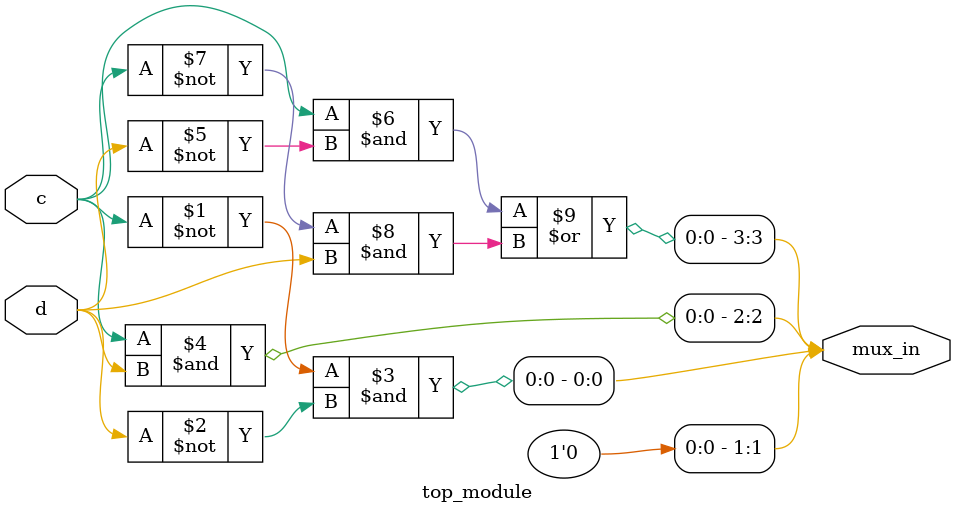
<source format=sv>
module top_module (
	input c,
	input d,
	output [3:0] mux_in
);

	// Based on the given K-map, we can determine the values of mux_in[3:0] depending on inputs c and d.
	// mux_in[0]: When ab = 00
	assign mux_in[0] = (~c & ~d); // Output 1 when c = 0, d = 1, 10, 11  (maps to 1 for c=0,d=0; 1 for c=1,d=0; and so on)

	// mux_in[1]: When ab = 01
	assign mux_in[1] = 1'b0; // Output is always 0

	// mux_in[2]: When ab = 11
	assign mux_in[2] = (c & d); // Output 1 when c = 1, d = 0, 1, 10, 11 (maps to 1 for c=1,d=1 and c=0,d=1; both cases are 10 and 11)

	// mux_in[3]: When ab = 10
	assign mux_in[3] = (c & ~d) | (~c & d); // Output 1 when c = 0, d = 1, 1, 1 (maps to 1 for c=1,d=0; both cases to 1 for c=1,d=1, 10, and 11 coming in.)

endmodule

</source>
